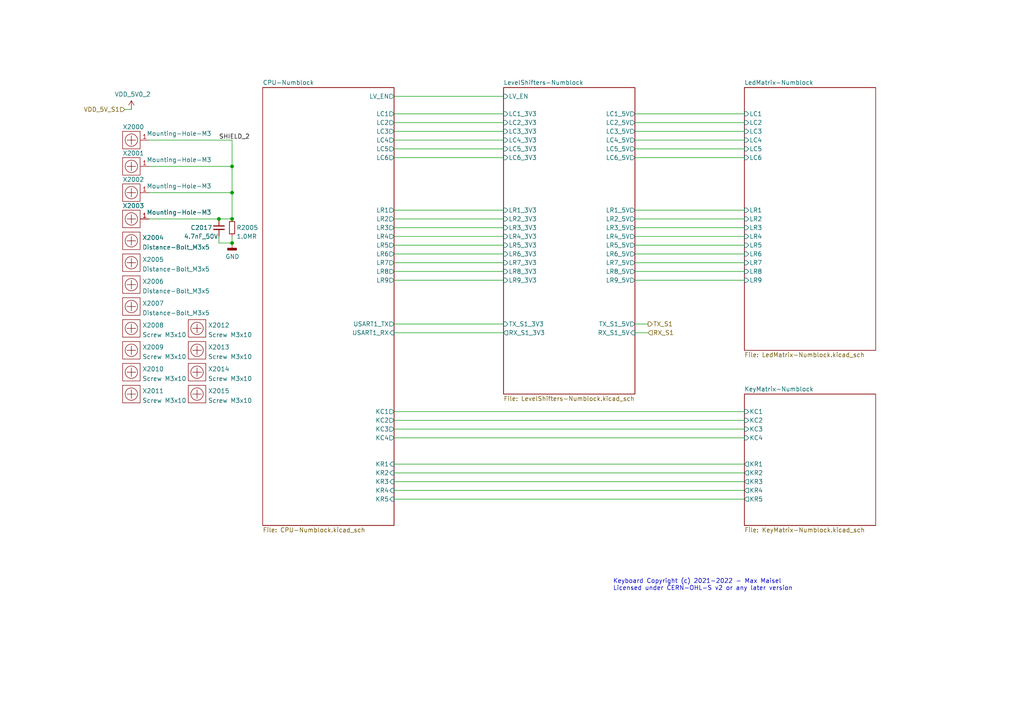
<source format=kicad_sch>
(kicad_sch (version 20250114) (generator "eeschema") (generator_version "9.0")
  (paper "A4")
  (lib_symbols
    (symbol "Keyboard:1.0MR" (pin_numbers (hide yes)) (pin_names (offset 0.254) (hide yes))
      (property "Reference" "R" (at 0.762 0.508 0))
      (property "Value" "1.0MR" (at 0.762 -1.016 0))
      (symbol "1.0MR_0_1"
        (rectangle (start -0.762 1.778) (end 0.762 -1.778) (stroke (width 0.2032)))
      )
      (symbol "1.0MR_1_1"
        (pin passive line (at 0 2.54 270) (length 0.762) (name "~") (number "1"))
        (pin passive line (at 0 -2.54 90) (length 0.762) (name "~") (number "2"))
      )
    )
    (symbol "Keyboard:4.7nF_50V" (pin_numbers (hide yes)) (pin_names (offset 0.254) (hide yes))
      (property "Reference" "C" (at 0.254 1.778 0))
      (property "Value" "4.7nF_50V" (at 0.254 -2.032 0))
      (symbol "4.7nF_50V_0_1"
        (polyline (pts (xy -1.524 0.508) (xy 1.524 0.508)) (stroke (width 0.3048)))
        (polyline (pts (xy -1.524 -0.508) (xy 1.524 -0.508)) (stroke (width 0.3302)))
      )
      (symbol "4.7nF_50V_1_1"
        (pin passive line (at 0 2.54 270) (length 2.032) (name "~") (number "1"))
        (pin passive line (at 0 -2.54 90) (length 2.032) (name "~") (number "2"))
      )
    )
    (symbol "Keyboard:Distance-Bolt_6x3.5"
      (property "Reference" "X" (at -2.54 3.81 0))
      (property "Value" "Distance-Bolt_6x3.5" (at 0 -3.81 0))
      (symbol "Distance-Bolt_6x3.5_0_1"
        (rectangle (start -2.54 2.54) (end 2.54 -2.54))
        (polyline (pts (xy -1.27 0) (xy 1.27 0)))
        (circle (center 0 0) (radius 1.8034))
        (polyline (pts (xy 0 -1.27) (xy 0 1.27)))
      )
    )
    (symbol "Keyboard:GND" (power) (pin_names (offset 0))
      (property "Value" "GND" (at 0 -3.175 0))
      (symbol "GND_0_1"
        (rectangle (start -1.27 -1.524) (end 1.27 -2.032) (stroke (width 0.254)) (fill (type outline)))
        (polyline (pts (xy 0 0) (xy 0 -1.524)))
      )
      (symbol "GND_1_1"
        (pin power_in line (at 0 0 270) (length 0) (hide yes) (name "GND") (number "1"))
      )
    )
    (symbol "Keyboard:Mounting-Hole-M3" (pin_names (offset 1.016))
      (property "Reference" "X" (at -2.54 3.81 0))
      (property "Value" "Mounting-Hole-M3" (at 1.27 -3.81 0))
      (symbol "Mounting-Hole-M3_0_1"
        (rectangle (start -2.54 2.54) (end 2.54 -2.54))
        (polyline (pts (xy -1.27 0) (xy 1.27 0)))
        (circle (center 0 0) (radius 1.8034))
        (polyline (pts (xy 0 -1.27) (xy 0 1.27)))
      )
      (symbol "Mounting-Hole-M3_1_1"
        (pin passive line (at 5.08 0 180) (length 2.45) (name "") (number "1"))
      )
    )
    (symbol "Keyboard:Screw M3x10"
      (property "Reference" "X" (at -2.54 3.81 0))
      (property "Value" "Screw M3x10" (at 0 -3.81 0))
      (symbol "Screw M3x10_0_1"
        (rectangle (start -2.54 2.54) (end 2.54 -2.54))
        (polyline (pts (xy -1.27 0) (xy 1.27 0)))
        (circle (center 0 0) (radius 1.8034))
        (polyline (pts (xy 0 -1.27) (xy 0 1.27)))
      )
    )
    (symbol "Keyboard:VDD_5V0_2" (power) (pin_names (offset 0))
      (property "Value" "VDD_5V0_2" (at 0 3.556 0))
      (symbol "VDD_5V0_2_0_1"
        (polyline (pts (xy -0.762 1.27) (xy 0 2.54)))
        (polyline (pts (xy 0 2.54) (xy 0.762 1.27)))
        (polyline (pts (xy 0 0) (xy 0 2.54)))
      )
      (symbol "VDD_5V0_2_1_1"
        (pin power_in line (at 0 0 90) (length 0) (hide yes) (name "VDD_5V0_2") (number "1"))
      )
    )
  )
  (text "Keyboard Copyright (c) 2021-2022 - Max Maisel\nLicensed under CERN-OHL-S v2 or any later version" (at 177.8 171.45 0) (effects (font (size 1.27 1.27)) (justify left bottom)))
  (junction (at 63.5 63.5))
  (junction (at 67.31 70.485))
  (junction (at 67.31 48.26))
  (junction (at 67.31 63.5))
  (junction (at 67.31 55.88))
  (wire (pts (xy 114.3 144.78) (xy 215.9 144.78)))
  (wire (pts (xy 146.05 81.28) (xy 114.3 81.28)))
  (wire (pts (xy 184.15 93.98) (xy 187.96 93.98)))
  (wire (pts (xy 114.3 139.7) (xy 215.9 139.7)))
  (wire (pts (xy 114.3 124.46) (xy 215.9 124.46)))
  (wire (pts (xy 146.05 68.58) (xy 114.3 68.58)))
  (wire (pts (xy 184.15 71.12) (xy 215.9 71.12)))
  (wire (pts (xy 146.05 43.18) (xy 114.3 43.18)))
  (wire (pts (xy 43.18 55.88) (xy 67.31 55.88)))
  (wire (pts (xy 184.15 43.18) (xy 215.9 43.18)))
  (wire (pts (xy 184.15 76.2) (xy 215.9 76.2)))
  (wire (pts (xy 114.3 119.38) (xy 215.9 119.38)))
  (wire (pts (xy 215.9 137.16) (xy 114.3 137.16)))
  (wire (pts (xy 184.15 33.02) (xy 215.9 33.02)))
  (wire (pts (xy 184.15 38.1) (xy 215.9 38.1)))
  (wire (pts (xy 184.15 81.28) (xy 215.9 81.28)))
  (wire (pts (xy 114.3 96.52) (xy 146.05 96.52)))
  (wire (pts (xy 114.3 35.56) (xy 146.05 35.56)))
  (wire (pts (xy 215.9 45.72) (xy 184.15 45.72)))
  (wire (pts (xy 63.5 63.5) (xy 67.31 63.5)))
  (wire (pts (xy 215.9 78.74) (xy 184.15 78.74)))
  (wire (pts (xy 184.15 63.5) (xy 215.9 63.5)))
  (wire (pts (xy 67.31 48.26) (xy 67.31 55.88)))
  (wire (pts (xy 67.31 55.88) (xy 67.31 63.5)))
  (wire (pts (xy 146.05 38.1) (xy 114.3 38.1)))
  (wire (pts (xy 215.9 40.64) (xy 184.15 40.64)))
  (wire (pts (xy 146.05 93.98) (xy 114.3 93.98)))
  (wire (pts (xy 114.3 40.64) (xy 146.05 40.64)))
  (wire (pts (xy 215.9 68.58) (xy 184.15 68.58)))
  (wire (pts (xy 43.18 63.5) (xy 63.5 63.5)))
  (wire (pts (xy 67.31 68.58) (xy 67.31 70.485)))
  (wire (pts (xy 146.05 73.66) (xy 114.3 73.66)))
  (wire (pts (xy 114.3 71.12) (xy 146.05 71.12)))
  (wire (pts (xy 114.3 27.94) (xy 146.05 27.94)))
  (wire (pts (xy 215.9 60.96) (xy 184.15 60.96)))
  (wire (pts (xy 215.9 73.66) (xy 184.15 73.66)))
  (wire (pts (xy 114.3 134.62) (xy 215.9 134.62)))
  (wire (pts (xy 215.9 127) (xy 114.3 127)))
  (wire (pts (xy 114.3 76.2) (xy 146.05 76.2)))
  (wire (pts (xy 67.31 40.64) (xy 67.31 48.26)))
  (wire (pts (xy 146.05 63.5) (xy 114.3 63.5)))
  (wire (pts (xy 63.5 70.485) (xy 67.31 70.485)))
  (wire (pts (xy 146.05 33.02) (xy 114.3 33.02)))
  (wire (pts (xy 43.18 48.26) (xy 67.31 48.26)))
  (wire (pts (xy 114.3 78.74) (xy 146.05 78.74)))
  (wire (pts (xy 114.3 60.96) (xy 146.05 60.96)))
  (wire (pts (xy 215.9 121.92) (xy 114.3 121.92)))
  (wire (pts (xy 187.96 96.52) (xy 184.15 96.52)))
  (wire (pts (xy 43.18 40.64) (xy 67.31 40.64)))
  (wire (pts (xy 215.9 66.04) (xy 184.15 66.04)))
  (wire (pts (xy 215.9 142.24) (xy 114.3 142.24)))
  (wire (pts (xy 36.195 31.75) (xy 38.1 31.75)))
  (wire (pts (xy 215.9 35.56) (xy 184.15 35.56)))
  (wire (pts (xy 63.5 68.58) (xy 63.5 70.485)))
  (wire (pts (xy 114.3 66.04) (xy 146.05 66.04)))
  (wire (pts (xy 114.3 45.72) (xy 146.05 45.72)))
  (label "SHIELD_2" (at 63.5 40.64 0))
  (hierarchical_label "TX_S1" (shape output) (at 187.96 93.98 0))
  (hierarchical_label "VDD_5V_S1" (shape input) (at 36.195 31.75 180))
  (hierarchical_label "RX_S1" (shape input) (at 187.96 96.52 0))
  (symbol (lib_id "Keyboard:VDD_5V0_2") (at 38.1 31.75 0) (unit 1)
    (property "Reference" "#PWR02001" (effects (hide yes)))
    (property "Value" "VDD_5V0_2" (at 38.481 27.3558 0))
  )
  (symbol (lib_id "Keyboard:Mounting-Hole-M3") (at 38.1 40.64 0) (unit 1)
    (property "Reference" "X2000" (at 35.56 36.83 0) (effects (justify left)))
    (property "Value" "Mounting-Hole-M3" (at 42.545 38.735 0) (effects (justify left)))
    (property "Footprint" "Keyboard:Mounting-Hole-M3" (effects (hide yes)))
  )
  (symbol (lib_id "Keyboard:Mounting-Hole-M3") (at 38.1 48.26 0) (unit 1)
    (property "Reference" "X2001" (at 35.56 44.45 0) (effects (justify left)))
    (property "Value" "Mounting-Hole-M3" (at 42.545 46.355 0) (effects (justify left)))
    (property "Footprint" "Keyboard:Mounting-Hole-M3" (effects (hide yes)))
  )
  (symbol (lib_id "Keyboard:Mounting-Hole-M3") (at 38.1 55.88 0) (unit 1)
    (property "Reference" "X2002" (at 35.56 52.07 0) (effects (justify left)))
    (property "Value" "Mounting-Hole-M3" (at 42.545 53.975 0) (effects (justify left)))
    (property "Footprint" "Keyboard:Mounting-Hole-M3" (effects (hide yes)))
  )
  (symbol (lib_id "Keyboard:Mounting-Hole-M3") (at 38.1 63.5 0) (unit 1)
    (property "Reference" "X2003" (at 35.56 59.69 0) (effects (justify left)))
    (property "Value" "Mounting-Hole-M3" (at 42.545 61.595 0) (effects (justify left)))
    (property "Footprint" "Keyboard:Mounting-Hole-M3" (effects (hide yes)))
  )
  (symbol (lib_id "Keyboard:Screw M3x10") (at 38.1 101.6 0) (unit 1)
    (property "Reference" "X2009" (at 41.275 100.6915 0) (effects (justify left)))
    (property "Value" "Screw M3x10" (at 41.275 103.4666 0) (effects (justify left)))
    (property "reichelt#" "SKL-E M3X10-100" (effects (hide yes)))
  )
  (symbol (lib_id "Keyboard:Screw M3x10") (at 57.15 114.3 0) (unit 1)
    (property "Reference" "X2015" (at 60.325 113.3915 0) (effects (justify left)))
    (property "Value" "Screw M3x10" (at 60.325 116.1666 0) (effects (justify left)))
    (property "reichelt#" "SKL-E M3X10-100" (effects (hide yes)))
  )
  (symbol (lib_id "Keyboard:1.0MR") (at 67.31 66.04 0) (unit 1)
    (property "Reference" "R2005" (at 68.58 66.04 0) (effects (justify left)))
    (property "Value" "1.0MR" (at 68.58 68.58 0) (effects (justify left)))
    (property "Footprint" "Keyboard:R_0402" (effects (hide yes)))
    (property "Datasheet" "667-ERJ-2RKF1004X" (effects (hide yes)))
    (property "mouser#" "667-ERJ-2RKF1004X" (effects (hide yes)))
  )
  (symbol (lib_id "Keyboard:4.7nF_50V") (at 63.5 66.04 0) (unit 1)
    (property "Reference" "C2017" (at 55.245 66.04 0) (effects (justify left)))
    (property "Value" "4.7nF_50V" (at 53.34 68.58 0) (effects (justify left)))
    (property "Footprint" "Keyboard:C_0402" (effects (hide yes)))
    (property "Datasheet" "810-CGA2B2X7R1H472K" (effects (hide yes)))
    (property "mouser#" "810-CGA2B2X7R1H472K" (effects (hide yes)))
  )
  (symbol (lib_id "Keyboard:Distance-Bolt_6x3.5") (at 38.1 82.55 0) (unit 1)
    (property "Reference" "X2006" (at 41.275 81.6415 0) (effects (justify left)))
    (property "Value" "Distance-Bolt_M3x5" (at 41.275 84.4166 0) (effects (justify left)))
    (property "Footprint" "Keyboard:DistanceBolt-6x3.5" (effects (hide yes)))
    (property "reichelt#" "VT DI 5MM\n" (effects (hide yes)))
  )
  (symbol (lib_id "Keyboard:Screw M3x10") (at 38.1 107.95 0) (unit 1)
    (property "Reference" "X2010" (at 41.275 107.0415 0) (effects (justify left)))
    (property "Value" "Screw M3x10" (at 41.275 109.8166 0) (effects (justify left)))
    (property "reichelt#" "SKL-E M3X10-100" (effects (hide yes)))
  )
  (symbol (lib_id "Keyboard:Distance-Bolt_6x3.5") (at 38.1 88.9 0) (unit 1)
    (property "Reference" "X2007" (at 41.275 87.9915 0) (effects (justify left)))
    (property "Value" "Distance-Bolt_M3x5" (at 41.275 90.7666 0) (effects (justify left)))
    (property "Footprint" "Keyboard:DistanceBolt-6x3.5" (effects (hide yes)))
    (property "reichelt#" "VT DI 5MM\n" (effects (hide yes)))
  )
  (symbol (lib_id "Keyboard:Distance-Bolt_6x3.5") (at 38.1 69.85 0) (unit 1)
    (property "Reference" "X2004" (at 41.275 68.9415 0) (effects (justify left)))
    (property "Value" "Distance-Bolt_M3x5" (at 41.275 71.7166 0) (effects (justify left)))
    (property "Footprint" "Keyboard:DistanceBolt-6x3.5" (effects (hide yes)))
    (property "reichelt#" "VT DI 5MM\n" (effects (hide yes)))
  )
  (symbol (lib_id "Keyboard:Screw M3x10") (at 57.15 101.6 0) (unit 1)
    (property "Reference" "X2013" (at 60.325 100.6915 0) (effects (justify left)))
    (property "Value" "Screw M3x10" (at 60.325 103.4666 0) (effects (justify left)))
    (property "reichelt#" "SKL-E M3X10-100" (effects (hide yes)))
  )
  (symbol (lib_id "Keyboard:Screw M3x10") (at 38.1 95.25 0) (unit 1)
    (property "Reference" "X2008" (at 41.275 94.3415 0) (effects (justify left)))
    (property "Value" "Screw M3x10" (at 41.275 97.1166 0) (effects (justify left)))
    (property "reichelt#" "SKL-E M3X10-100" (effects (hide yes)))
  )
  (symbol (lib_id "Keyboard:Screw M3x10") (at 57.15 107.95 0) (unit 1)
    (property "Reference" "X2014" (at 60.325 107.0415 0) (effects (justify left)))
    (property "Value" "Screw M3x10" (at 60.325 109.8166 0) (effects (justify left)))
    (property "reichelt#" "SKL-E M3X10-100" (effects (hide yes)))
  )
  (symbol (lib_id "Keyboard:GND") (at 67.31 70.485 0) (unit 1)
    (property "Reference" "#PWR02016" (effects (hide yes)))
    (property "Value" "GND" (at 67.4116 74.422 0))
  )
  (symbol (lib_id "Keyboard:Distance-Bolt_6x3.5") (at 38.1 76.2 0) (unit 1)
    (property "Reference" "X2005" (at 41.275 75.2915 0) (effects (justify left)))
    (property "Value" "Distance-Bolt_M3x5" (at 41.275 78.0666 0) (effects (justify left)))
    (property "Footprint" "Keyboard:DistanceBolt-6x3.5" (effects (hide yes)))
    (property "reichelt#" "VT DI 5MM\n" (effects (hide yes)))
  )
  (symbol (lib_id "Keyboard:Screw M3x10") (at 38.1 114.3 0) (unit 1)
    (property "Reference" "X2011" (at 41.275 113.3915 0) (effects (justify left)))
    (property "Value" "Screw M3x10" (at 41.275 116.1666 0) (effects (justify left)))
    (property "reichelt#" "SKL-E M3X10-100" (effects (hide yes)))
  )
  (symbol (lib_id "Keyboard:Screw M3x10") (at 57.15 95.25 0) (unit 1)
    (property "Reference" "X2012" (at 60.325 94.3415 0) (effects (justify left)))
    (property "Value" "Screw M3x10" (at 60.325 97.1166 0) (effects (justify left)))
    (property "reichelt#" "SKL-E M3X10-100" (effects (hide yes)))
  )
  (sheet (at 76.2 25.4) (size 38.1 127)
    (property "Sheetname" "CPU-Numblock" (at 76.2 24.6884 0) (effects (justify left bottom)))
    (property "Sheetfile" "CPU-Numblock.kicad_sch" (at 76.2 152.9846 0) (effects (justify left top)))
    (pin "USART1_TX" output (at 114.3 93.98 0))
    (pin "USART1_RX" input (at 114.3 96.52 0))
    (pin "LV_EN" output (at 114.3 27.94 0))
    (pin "KR1" input (at 114.3 134.62 0))
    (pin "KR2" input (at 114.3 137.16 0))
    (pin "KR3" input (at 114.3 139.7 0))
    (pin "KR4" input (at 114.3 142.24 0))
    (pin "KR5" input (at 114.3 144.78 0))
    (pin "KC1" output (at 114.3 119.38 0))
    (pin "KC2" output (at 114.3 121.92 0))
    (pin "KC3" output (at 114.3 124.46 0))
    (pin "KC4" output (at 114.3 127 0))
    (pin "LC1" output (at 114.3 33.02 0))
    (pin "LC2" output (at 114.3 35.56 0))
    (pin "LC3" output (at 114.3 38.1 0))
    (pin "LC4" output (at 114.3 40.64 0))
    (pin "LC5" output (at 114.3 43.18 0))
    (pin "LC6" output (at 114.3 45.72 0))
    (pin "LR1" output (at 114.3 60.96 0))
    (pin "LR2" output (at 114.3 63.5 0))
    (pin "LR3" output (at 114.3 66.04 0))
    (pin "LR4" output (at 114.3 68.58 0))
    (pin "LR5" output (at 114.3 71.12 0))
    (pin "LR6" output (at 114.3 73.66 0))
    (pin "LR7" output (at 114.3 76.2 0))
    (pin "LR8" output (at 114.3 78.74 0))
    (pin "LR9" output (at 114.3 81.28 0))
  )
  (sheet (at 215.9 114.3) (size 38.1 38.1)
    (property "Sheetname" "KeyMatrix-Numblock" (at 215.9 113.5884 0) (effects (justify left bottom)))
    (property "Sheetfile" "KeyMatrix-Numblock.kicad_sch" (at 215.9 152.9846 0) (effects (justify left top)))
    (pin "KR1" output (at 215.9 134.62 180))
    (pin "KR2" output (at 215.9 137.16 180))
    (pin "KR3" output (at 215.9 139.7 180))
    (pin "KR4" output (at 215.9 142.24 180))
    (pin "KR5" output (at 215.9 144.78 180))
    (pin "KC1" input (at 215.9 119.38 180))
    (pin "KC2" input (at 215.9 121.92 180))
    (pin "KC3" input (at 215.9 124.46 180))
    (pin "KC4" input (at 215.9 127 180))
  )
  (sheet (at 215.9 25.4) (size 38.1 76.2)
    (property "Sheetname" "LedMatrix-Numblock" (at 215.9 24.6884 0) (effects (justify left bottom)))
    (property "Sheetfile" "LedMatrix-Numblock.kicad_sch" (at 215.9 102.1846 0) (effects (justify left top)))
    (pin "LC1" input (at 215.9 33.02 180))
    (pin "LC2" input (at 215.9 35.56 180))
    (pin "LC3" input (at 215.9 38.1 180))
    (pin "LC4" input (at 215.9 40.64 180))
    (pin "LC5" input (at 215.9 43.18 180))
    (pin "LC6" input (at 215.9 45.72 180))
    (pin "LR1" input (at 215.9 60.96 180))
    (pin "LR2" input (at 215.9 63.5 180))
    (pin "LR3" input (at 215.9 66.04 180))
    (pin "LR4" input (at 215.9 68.58 180))
    (pin "LR5" input (at 215.9 71.12 180))
    (pin "LR6" input (at 215.9 73.66 180))
    (pin "LR7" input (at 215.9 76.2 180))
    (pin "LR8" input (at 215.9 78.74 180))
    (pin "LR9" input (at 215.9 81.28 180))
  )
  (sheet (at 146.05 25.4) (size 38.1 88.9)
    (property "Sheetname" "LevelShifters-Numblock" (at 146.05 24.6884 0) (effects (justify left bottom)))
    (property "Sheetfile" "LevelShifters-Numblock.kicad_sch" (at 146.05 114.8846 0) (effects (justify left top)))
    (pin "TX_S1_5V" output (at 184.15 93.98 0))
    (pin "RX_S1_5V" input (at 184.15 96.52 0))
    (pin "TX_S1_3V3" input (at 146.05 93.98 180))
    (pin "RX_S1_3V3" output (at 146.05 96.52 180))
    (pin "LV_EN" input (at 146.05 27.94 180))
    (pin "LC1_3V3" input (at 146.05 33.02 180))
    (pin "LC2_3V3" input (at 146.05 35.56 180))
    (pin "LC3_3V3" input (at 146.05 38.1 180))
    (pin "LC4_3V3" input (at 146.05 40.64 180))
    (pin "LC5_3V3" input (at 146.05 43.18 180))
    (pin "LC6_3V3" input (at 146.05 45.72 180))
    (pin "LR1_3V3" input (at 146.05 60.96 180))
    (pin "LR3_3V3" input (at 146.05 66.04 180))
    (pin "LR4_3V3" input (at 146.05 68.58 180))
    (pin "LR5_3V3" input (at 146.05 71.12 180))
    (pin "LR6_3V3" input (at 146.05 73.66 180))
    (pin "LR7_3V3" input (at 146.05 76.2 180))
    (pin "LR8_3V3" input (at 146.05 78.74 180))
    (pin "LR9_3V3" input (at 146.05 81.28 180))
    (pin "LR2_3V3" input (at 146.05 63.5 180))
    (pin "LC1_5V" output (at 184.15 33.02 0))
    (pin "LC2_5V" output (at 184.15 35.56 0))
    (pin "LC3_5V" output (at 184.15 38.1 0))
    (pin "LC4_5V" output (at 184.15 40.64 0))
    (pin "LC5_5V" output (at 184.15 43.18 0))
    (pin "LC6_5V" output (at 184.15 45.72 0))
    (pin "LR1_5V" output (at 184.15 60.96 0))
    (pin "LR3_5V" output (at 184.15 66.04 0))
    (pin "LR4_5V" output (at 184.15 68.58 0))
    (pin "LR5_5V" output (at 184.15 71.12 0))
    (pin "LR6_5V" output (at 184.15 73.66 0))
    (pin "LR7_5V" output (at 184.15 76.2 0))
    (pin "LR8_5V" output (at 184.15 78.74 0))
    (pin "LR2_5V" output (at 184.15 63.5 0))
    (pin "LR9_5V" output (at 184.15 81.28 0))
  )
)
</source>
